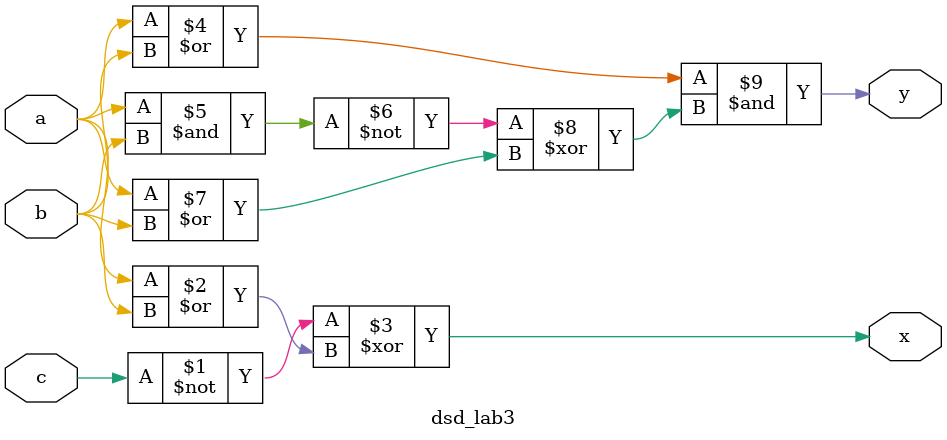
<source format=sv>
module dsd_lab3(
    input a,
    input b,
    input c,
    output x,
    output y
    );
    assign x = (~c) ^ (a|b);
    assign y = (a|b) & (~((a&b))^(a|b));
endmodule
</source>
